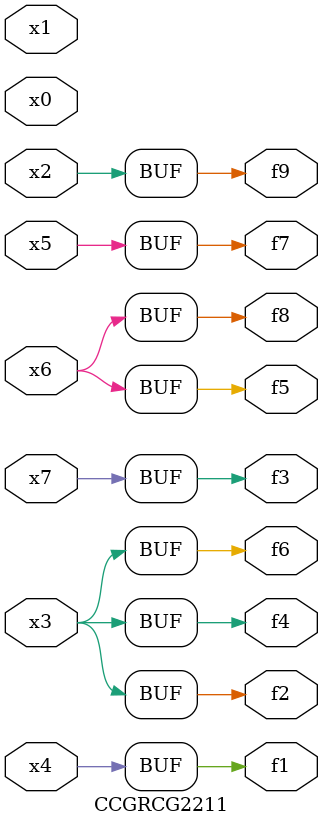
<source format=v>
module CCGRCG2211(
	input x0, x1, x2, x3, x4, x5, x6, x7,
	output f1, f2, f3, f4, f5, f6, f7, f8, f9
);
	assign f1 = x4;
	assign f2 = x3;
	assign f3 = x7;
	assign f4 = x3;
	assign f5 = x6;
	assign f6 = x3;
	assign f7 = x5;
	assign f8 = x6;
	assign f9 = x2;
endmodule

</source>
